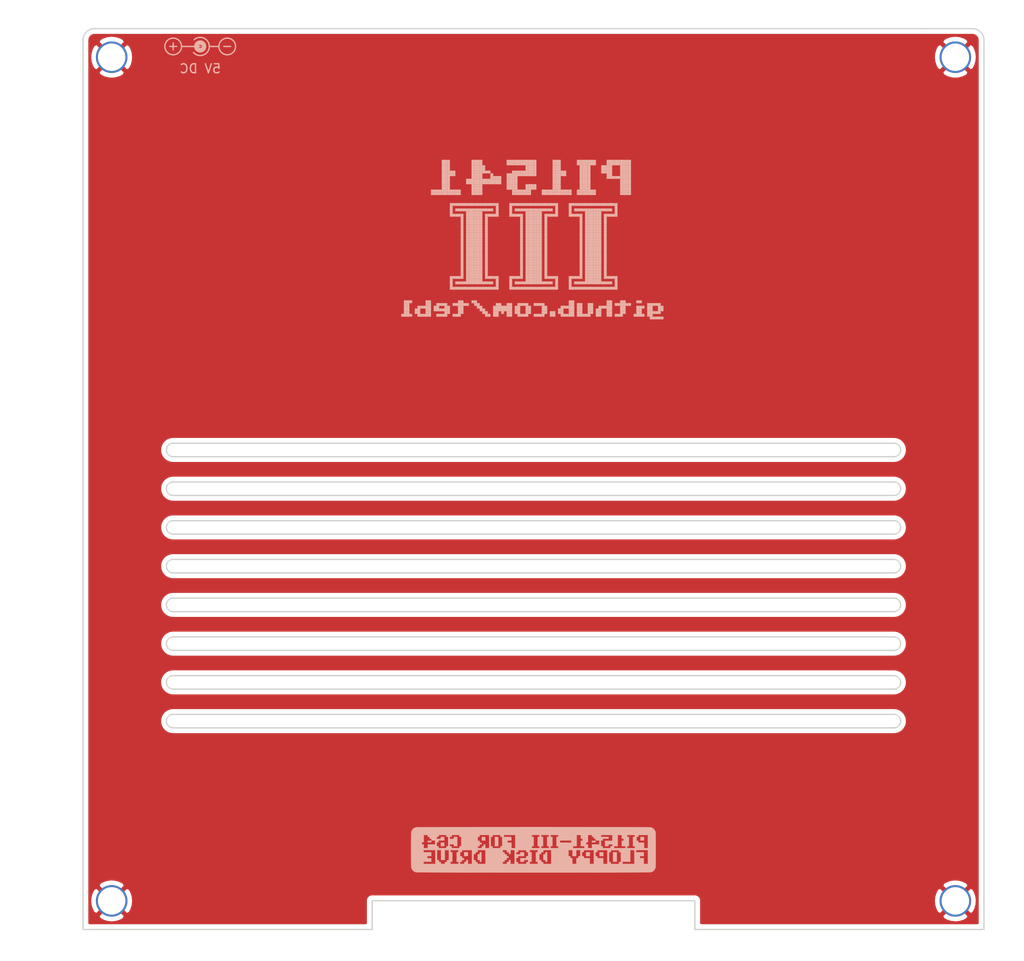
<source format=kicad_pcb>
(kicad_pcb (version 20171130) (host pcbnew "(5.1.8)-1")
  (layers (0 F.Cu signal) (31 B.Cu signal) (34 B.Paste user) (35 F.Paste user) (36 B.SilkS user) (37 F.SilkS user) (38 B.Mask user) (39 F.Mask user) (44 Edge.Cuts user))
  (net 0 "")
  (net 1 "Net-(M1-Pad1)")
  (module Pi1541:Pi1541-Decal2 (layer B.Cu) (at 120.18 145.75 180)
    (fp_text reference G*** hide)
    (fp_text value LOGO hide)
  )
  (module Pi1541:PWR_Specification_Single (layer B.Cu) (at 83.185 56.515 180)
    (fp_text reference REF** hide)
    (fp_text value PWR_Spec)
    (fp_text user - (at -3 0) (layer B.SilkS) (effects (justify mirror)))
    (fp_text user + (at 3 0) (layer B.SilkS) (effects (justify mirror)))
  )
  (module Pi1541:Pi1541-logo3 (layer B.Cu) (at 139.7 68.58 180)
    (fp_text reference Pi1541-logo3 hide)
    (fp_text value "" (at 0 0) (layer B.SilkS) (effects (font (size 1.27 1.27)) (justify mirror)))
  )
  (module mounting:M3_pin (layer F.Cu) (at 73.355 151.435)
    (fp_text reference M1 hide)
    (fp_text value Mounting hide)
    (pad 1 thru_hole circle (at 0 0) (size 3.5 3.5) (drill 3.048) (layers *.Cu *.Mask) (net 1 "Net-(M1-Pad1)"))
  )
  (module mounting:M3_pin (layer F.Cu) (at 167.005 151.435)
    (fp_text reference M2 hide)
    (fp_text value Mounting hide)
    (pad 1 thru_hole circle (at 0 0) (size 3.5 3.5) (drill 3.048) (layers *.Cu *.Mask) (net 1 "Net-(M1-Pad1)"))
  )
  (module mounting:M3_pin (layer F.Cu) (at 167.005 57.785)
    (fp_text reference M3 hide)
    (fp_text value Mounting hide)
    (pad 1 thru_hole circle (at 0 0) (size 3.5 3.5) (drill 3.048) (layers *.Cu *.Mask) (net 1 "Net-(M1-Pad1)"))
  )
  (module mounting:M3_pin (layer F.Cu) (at 73.355 57.785)
    (fp_text reference M4 hide)
    (fp_text value Mounting hide)
    (pad 1 thru_hole circle (at 0 0) (size 3.5 3.5) (drill 3.048) (layers *.Cu *.Mask) (net 1 "Net-(M1-Pad1)"))
  )
  (gr_line (start 138.0895 151.41) (end 138.0895 154.61) (layer Edge.Cuts) (width 0.15))
  (gr_line (start 102.2705 151.41) (end 120.18 151.41) (angle 90) (layer Edge.Cuts) (width 0.15))
  (gr_line (start 102.2705 151.41) (end 102.2705 154.61) (layer Edge.Cuts) (width 0.15))
  (gr_line (start 138.0895 151.41) (end 120.18 151.41) (angle 90) (layer Edge.Cuts) (width 0.15))
  (gr_line (start 80.18 102.13) (end 160.18 102.13) (angle 90) (layer Edge.Cuts) (width 0.15))
  (gr_arc (start 160.18 101.38) (end 160.18 102.13) (angle -180) (layer Edge.Cuts) (width 0.15))
  (gr_line (start 80.18 100.63) (end 160.18 100.63) (angle 90) (layer Edge.Cuts) (width 0.15))
  (gr_arc (start 80.18 101.38) (end 80.18 100.63) (angle -180) (layer Edge.Cuts) (width 0.15))
  (gr_line (start 80.18 106.43) (end 160.18 106.43) (angle 90) (layer Edge.Cuts) (width 0.15))
  (gr_arc (start 160.18 105.68) (end 160.18 106.43) (angle -180) (layer Edge.Cuts) (width 0.15))
  (gr_line (start 80.18 104.93) (end 160.18 104.93) (angle 90) (layer Edge.Cuts) (width 0.15))
  (gr_arc (start 80.18 105.68) (end 80.18 104.93) (angle -180) (layer Edge.Cuts) (width 0.15))
  (gr_line (start 80.18 110.73) (end 160.18 110.73) (angle 90) (layer Edge.Cuts) (width 0.15))
  (gr_arc (start 160.18 109.98) (end 160.18 110.73) (angle -180) (layer Edge.Cuts) (width 0.15))
  (gr_line (start 80.18 109.23) (end 160.18 109.23) (angle 90) (layer Edge.Cuts) (width 0.15))
  (gr_arc (start 80.18 109.98) (end 80.18 109.23) (angle -180) (layer Edge.Cuts) (width 0.15))
  (gr_line (start 80.18 115.03) (end 160.18 115.03) (angle 90) (layer Edge.Cuts) (width 0.15))
  (gr_arc (start 160.18 114.28) (end 160.18 115.03) (angle -180) (layer Edge.Cuts) (width 0.15))
  (gr_line (start 80.18 113.53) (end 160.18 113.53) (angle 90) (layer Edge.Cuts) (width 0.15))
  (gr_arc (start 80.18 114.28) (end 80.18 113.53) (angle -180) (layer Edge.Cuts) (width 0.15))
  (gr_line (start 80.18 119.33) (end 160.18 119.33) (angle 90) (layer Edge.Cuts) (width 0.15))
  (gr_arc (start 160.18 118.58) (end 160.18 119.33) (angle -180) (layer Edge.Cuts) (width 0.15))
  (gr_line (start 80.18 117.83) (end 160.18 117.83) (angle 90) (layer Edge.Cuts) (width 0.15))
  (gr_arc (start 80.18 118.58) (end 80.18 117.83) (angle -180) (layer Edge.Cuts) (width 0.15))
  (gr_line (start 80.18 123.63) (end 160.18 123.63) (angle 90) (layer Edge.Cuts) (width 0.15))
  (gr_arc (start 160.18 122.88) (end 160.18 123.63) (angle -180) (layer Edge.Cuts) (width 0.15))
  (gr_line (start 80.18 122.13) (end 160.18 122.13) (angle 90) (layer Edge.Cuts) (width 0.15))
  (gr_arc (start 80.18 122.88) (end 80.18 122.13) (angle -180) (layer Edge.Cuts) (width 0.15))
  (gr_arc (start 160.18 127.18) (end 160.18 127.93) (angle -180) (layer Edge.Cuts) (width 0.15))
  (gr_line (start 80.18 126.43) (end 160.18 126.43) (angle 90) (layer Edge.Cuts) (width 0.15))
  (gr_arc (start 80.18 127.18) (end 80.18 126.43) (angle -180) (layer Edge.Cuts) (width 0.15))
  (gr_line (start 80.18 130.73) (end 160.18 130.73) (angle 90) (layer Edge.Cuts) (width 0.15))
  (gr_arc (start 160.18 131.48) (end 160.18 132.23) (angle -180) (layer Edge.Cuts) (width 0.15))
  (gr_arc (start 80.18 131.48) (end 80.18 130.73) (angle -180) (layer Edge.Cuts) (width 0.15))
  (gr_line (start 80.18 127.93) (end 160.18 127.93) (angle 90) (layer Edge.Cuts) (width 0.15))
  (gr_line (start 80.18 132.23) (end 160.18 132.23) (angle 90) (layer Edge.Cuts) (width 0.15))
  (gr_text "5V DC" (at 83.185 59.055) (layer B.SilkS) (effects (font (size 1 1)) (justify mirror)))
  (gr_line (start 138.0895 154.61) (end 170.18 154.61) (layer Edge.Cuts) (width 0.15))
  (gr_line (start 102.2705 154.61) (end 76.2 154.61) (layer Edge.Cuts) (width 0.15))
  (gr_line (start 163.83 54.61) (end 168.91 54.61) (layer Edge.Cuts) (width 0.15))
  (gr_line (start 70.18 154.61) (end 76.2 154.61) (layer Edge.Cuts) (width 0.15))
  (gr_line (start 170.18 55.88) (end 170.18 154.61) (layer Edge.Cuts) (width 0.15))
  (gr_line (start 70.18 154.61) (end 70.18 55.88) (layer Edge.Cuts) (width 0.15))
  (gr_line (start 163.83 54.61) (end 71.45 54.61) (angle 90) (layer Edge.Cuts) (width 0.15))
  (gr_arc (start 71.45 55.88) (end 70.18 55.88) (angle 90) (layer Edge.Cuts) (width 0.15))
  (gr_arc (start 168.91 55.88) (end 168.91 54.61) (angle 90) (layer Edge.Cuts) (width 0.15))
  (zone (net 1) (net_name "Net-(M1-Pad1)") (layer F.Cu) (connect_pads (clearance 0.508)) (min_thickness 0.254) (fill yes (arc_segments 32) (thermal_gap 0.508) (thermal_bridge_width 0.508))
    (polygon (pts (xy 174.625 158.115) (xy 60.96 158.115) (xy 60.96 51.435) (xy 174.625 51.435)))
  )
)
</source>
